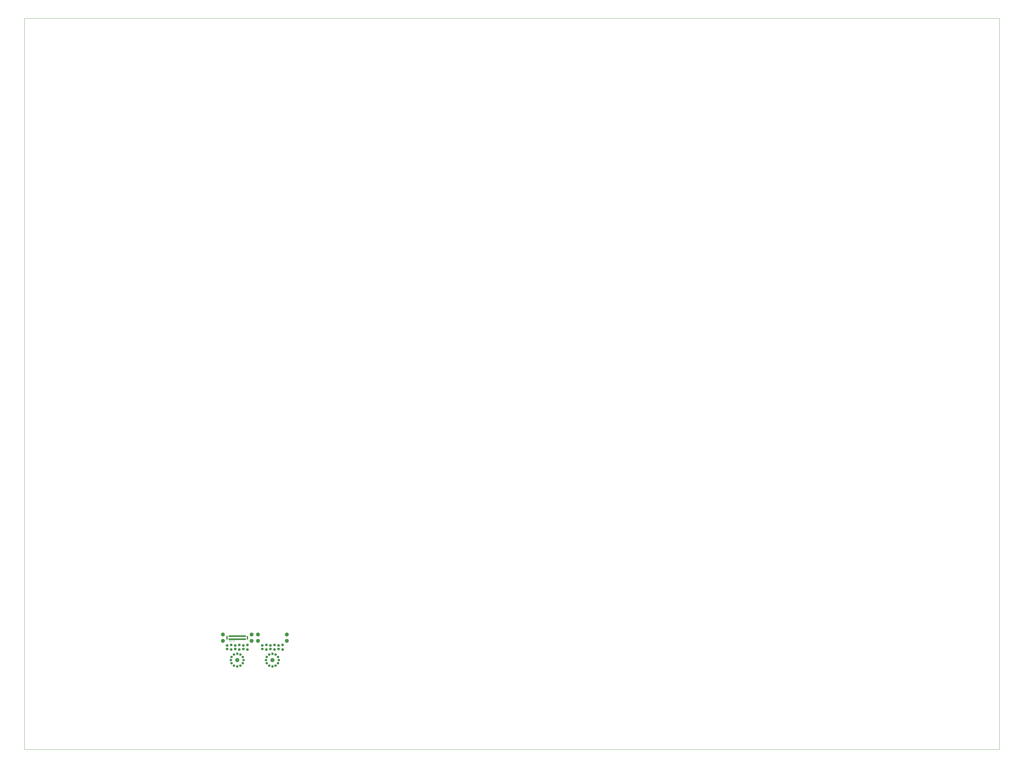
<source format=gbr>
G04 This is an RS-274x file exported by *
G04 gerbv version 2.7.0 *
G04 More information is available about gerbv at *
G04 http://gerbv.geda-project.org/ *
G04 --End of header info--*
%MOIN*%
%FSLAX36Y36*%
%IPPOS*%
G04 --Define apertures--*
%ADD10C,0.0040*%
%ADD11R,0.0060X0.0060*%
%ADD12C,0.0611*%
%ADD13C,0.0660*%
%ADD14C,0.0960*%
%ADD15C,0.1005*%
%ADD16C,0.0001*%
%ADD17C,0.0390*%
%ADD18C,0.0380*%
%ADD19C,0.0790*%
G04 --Start main section--*
G54D10*
G01X5040980Y2656460D02*
G01X5040980Y2696460D01*
G01X5040980Y2656460D02*
G01X5055980Y2676460D01*
G01X5055980Y2676460D02*
G01X5070980Y2656460D01*
G01X5070980Y2656460D02*
G01X5070980Y2696460D01*
G01X5082980Y2674460D02*
G01X5097980Y2674460D01*
G01X5082980Y2696460D02*
G01X5102980Y2696460D01*
G01X5082980Y2656460D02*
G01X5082980Y2696460D01*
G01X5082980Y2656460D02*
G01X5102980Y2656460D01*
G01X5114980Y2656460D02*
G01X5139980Y2656460D01*
G01X5114980Y2696460D02*
G01X5139980Y2656460D01*
G01X5114980Y2696460D02*
G01X5139980Y2696460D01*
G01X5151980Y2661460D02*
G01X5156980Y2656460D01*
G01X5156980Y2656460D02*
G01X5166980Y2656460D01*
G01X5166980Y2656460D02*
G01X5171980Y2661460D01*
G01X5166980Y2696460D02*
G01X5171980Y2691460D01*
G01X5156980Y2696460D02*
G01X5166980Y2696460D01*
G01X5151980Y2691460D02*
G01X5156980Y2696460D01*
G01X5156980Y2674460D02*
G01X5166980Y2674460D01*
G01X5171980Y2661460D02*
G01X5171980Y2669460D01*
G01X5171980Y2679460D02*
G01X5171980Y2691460D01*
G01X5171980Y2679460D02*
G01X5166980Y2674460D01*
G01X5171980Y2669460D02*
G01X5166980Y2674460D01*
G01X0000000Y0000000D02*
G54D11*
G01X0000000Y18000000D02*
G01X0000000Y0000000D01*
G01X0000000Y18000000D02*
G01X24000000Y18000000D01*
G01X0000000Y0000000D02*
G01X24000000Y0000000D01*
G01X24000000Y18000000D02*
G01X24000000Y0000000D01*
G01X0000000Y0000000D02*
G54D12*
G01X6181100Y2338580D03*
G54D13*
G01X6152360Y2462720D03*
G54D12*
G01X6240160Y2279530D03*
G54D13*
G01X6352360Y2577720D03*
G01X6352360Y2462720D03*
G01X6252360Y2477720D03*
G01X6252360Y2562720D03*
G01X6152360Y2577720D03*
G01X6052360Y2562720D03*
G01X6052360Y2477720D03*
G54D14*
G01X6456690Y2675200D03*
G54D12*
G01X6102360Y2360240D03*
G01X5944880Y2202760D03*
G01X6023620Y2338580D03*
G01X5964570Y2279530D03*
G54D15*
G01X6102360Y2202760D03*
G54D12*
G01X6102360Y2045280D03*
G01X6259840Y2202760D03*
G01X6181100Y2066930D03*
G01X6240160Y2125980D03*
G01X6023620Y2066930D03*
G01X5964570Y2125980D03*
G54D13*
G01X5952360Y2462720D03*
G54D14*
G01X6456690Y2832680D03*
G01X5748030Y2832680D03*
G01X5590550Y2832680D03*
G01X4881890Y2832680D03*
G54D13*
G01X5952360Y2577720D03*
G01X5852360Y2562720D03*
G01X5852360Y2477720D03*
G54D14*
G01X5748030Y2675200D03*
G01X5590550Y2675200D03*
G54D13*
G01X5485990Y2577880D03*
G01X5285990Y2577880D03*
G01X5185990Y2562880D03*
G01X5085990Y2577880D03*
G01X4985990Y2562880D03*
G54D14*
G01X4881890Y2675200D03*
G54D13*
G01X5485990Y2462880D03*
G01X5285990Y2462880D03*
G01X5185990Y2477880D03*
G01X5085990Y2462880D03*
G01X4985990Y2477880D03*
G01X5385990Y2477880D03*
G01X5385990Y2562880D03*
G54D15*
G01X5236220Y2202760D03*
G54D12*
G01X5078740Y2202760D03*
G01X5098430Y2279530D03*
G01X5098430Y2125980D03*
G01X5236220Y2045280D03*
G01X5236220Y2360240D03*
G01X5157480Y2338580D03*
G01X5157480Y2066930D03*
G01X5393700Y2202760D03*
G01X5314960Y2066930D03*
G01X5314960Y2338580D03*
G01X5374020Y2125980D03*
G01X5374020Y2279530D03*
G54D16*
G36*
G01X5049760Y2735590D02*
G01X5023460Y2735590D01*
G01X5023460Y2697480D01*
G01X5049760Y2697480D01*
G01X5049760Y2735590D01*
G37*
G36*
G01X5063540Y2735590D02*
G01X5037240Y2735590D01*
G01X5037240Y2697480D01*
G01X5063540Y2697480D01*
G01X5063540Y2735590D01*
G37*
G36*
G01X5077320Y2735590D02*
G01X5051020Y2735590D01*
G01X5051020Y2697480D01*
G01X5077320Y2697480D01*
G01X5077320Y2735590D01*
G37*
G36*
G01X5091100Y2735590D02*
G01X5064800Y2735590D01*
G01X5064800Y2697480D01*
G01X5091100Y2697480D01*
G01X5091100Y2735590D01*
G37*
G36*
G01X5104880Y2735590D02*
G01X5078580Y2735590D01*
G01X5078580Y2697480D01*
G01X5104880Y2697480D01*
G01X5104880Y2735590D01*
G37*
G36*
G01X5002520Y2759210D02*
G01X4968350Y2759210D01*
G01X4968350Y2711260D01*
G01X5002520Y2711260D01*
G01X5002520Y2759210D01*
G37*
G36*
G01X5002520Y2796610D02*
G01X4968350Y2796610D01*
G01X4968350Y2748660D01*
G01X5002520Y2748660D01*
G01X5002520Y2796610D01*
G37*
G36*
G01X5118660Y2735590D02*
G01X5092360Y2735590D01*
G01X5092360Y2697480D01*
G01X5118660Y2697480D01*
G01X5118660Y2735590D01*
G37*
G36*
G01X5132440Y2735590D02*
G01X5106140Y2735590D01*
G01X5106140Y2697480D01*
G01X5132440Y2697480D01*
G01X5132440Y2735590D01*
G37*
G36*
G01X5146220Y2735590D02*
G01X5119920Y2735590D01*
G01X5119920Y2697480D01*
G01X5146220Y2697480D01*
G01X5146220Y2735590D01*
G37*
G36*
G01X5160000Y2735590D02*
G01X5133700Y2735590D01*
G01X5133700Y2697480D01*
G01X5160000Y2697480D01*
G01X5160000Y2735590D01*
G37*
G36*
G01X5173780Y2735590D02*
G01X5147480Y2735590D01*
G01X5147480Y2697480D01*
G01X5173780Y2697480D01*
G01X5173780Y2735590D01*
G37*
G36*
G01X5187560Y2735590D02*
G01X5161260Y2735590D01*
G01X5161260Y2697480D01*
G01X5187560Y2697480D01*
G01X5187560Y2735590D01*
G37*
G36*
G01X5201340Y2735590D02*
G01X5175040Y2735590D01*
G01X5175040Y2697480D01*
G01X5201340Y2697480D01*
G01X5201340Y2735590D01*
G37*
G36*
G01X5215120Y2735590D02*
G01X5188820Y2735590D01*
G01X5188820Y2697480D01*
G01X5215120Y2697480D01*
G01X5215120Y2735590D01*
G37*
G36*
G01X5228900Y2735590D02*
G01X5202600Y2735590D01*
G01X5202600Y2697480D01*
G01X5228900Y2697480D01*
G01X5228900Y2735590D01*
G37*
G36*
G01X5242680Y2735590D02*
G01X5216380Y2735590D01*
G01X5216380Y2697480D01*
G01X5242680Y2697480D01*
G01X5242680Y2735590D01*
G37*
G36*
G01X5256460Y2735590D02*
G01X5230160Y2735590D01*
G01X5230160Y2697480D01*
G01X5256460Y2697480D01*
G01X5256460Y2735590D01*
G37*
G36*
G01X5270240Y2735590D02*
G01X5243940Y2735590D01*
G01X5243940Y2697480D01*
G01X5270240Y2697480D01*
G01X5270240Y2735590D01*
G37*
G36*
G01X5284020Y2735590D02*
G01X5257720Y2735590D01*
G01X5257720Y2697480D01*
G01X5284020Y2697480D01*
G01X5284020Y2735590D01*
G37*
G36*
G01X5297800Y2735590D02*
G01X5271500Y2735590D01*
G01X5271500Y2697480D01*
G01X5297800Y2697480D01*
G01X5297800Y2735590D01*
G37*
G36*
G01X5311570Y2735590D02*
G01X5285280Y2735590D01*
G01X5285280Y2697480D01*
G01X5311570Y2697480D01*
G01X5311570Y2735590D01*
G37*
G36*
G01X5325350Y2735590D02*
G01X5299060Y2735590D01*
G01X5299060Y2697480D01*
G01X5325350Y2697480D01*
G01X5325350Y2735590D01*
G37*
G36*
G01X5339130Y2735590D02*
G01X5312830Y2735590D01*
G01X5312830Y2697480D01*
G01X5339130Y2697480D01*
G01X5339130Y2735590D01*
G37*
G36*
G01X5352910Y2735590D02*
G01X5326610Y2735590D01*
G01X5326610Y2697480D01*
G01X5352910Y2697480D01*
G01X5352910Y2735590D01*
G37*
G36*
G01X5366690Y2735590D02*
G01X5340390Y2735590D01*
G01X5340390Y2697480D01*
G01X5366690Y2697480D01*
G01X5366690Y2735590D01*
G37*
G36*
G01X5380470Y2735590D02*
G01X5354170Y2735590D01*
G01X5354170Y2697480D01*
G01X5380470Y2697480D01*
G01X5380470Y2735590D01*
G37*
G36*
G01X5394250Y2735590D02*
G01X5367950Y2735590D01*
G01X5367950Y2697480D01*
G01X5394250Y2697480D01*
G01X5394250Y2735590D01*
G37*
G36*
G01X5408030Y2735590D02*
G01X5381730Y2735590D01*
G01X5381730Y2697480D01*
G01X5408030Y2697480D01*
G01X5408030Y2735590D01*
G37*
G36*
G01X5421810Y2735590D02*
G01X5395510Y2735590D01*
G01X5395510Y2697480D01*
G01X5421810Y2697480D01*
G01X5421810Y2735590D01*
G37*
G36*
G01X5435590Y2735590D02*
G01X5409290Y2735590D01*
G01X5409290Y2697480D01*
G01X5435590Y2697480D01*
G01X5435590Y2735590D01*
G37*
G36*
G01X5449370Y2735590D02*
G01X5423070Y2735590D01*
G01X5423070Y2697480D01*
G01X5449370Y2697480D01*
G01X5449370Y2735590D01*
G37*
G36*
G01X5504490Y2759210D02*
G01X5470310Y2759210D01*
G01X5470310Y2711260D01*
G01X5504490Y2711260D01*
G01X5504490Y2759210D01*
G37*
G36*
G01X5049760Y2812360D02*
G01X5023460Y2812360D01*
G01X5023460Y2774250D01*
G01X5049760Y2774250D01*
G01X5049760Y2812360D01*
G37*
G36*
G01X5063540Y2812360D02*
G01X5037240Y2812360D01*
G01X5037240Y2774250D01*
G01X5063540Y2774250D01*
G01X5063540Y2812360D01*
G37*
G36*
G01X5077320Y2812360D02*
G01X5051020Y2812360D01*
G01X5051020Y2774250D01*
G01X5077320Y2774250D01*
G01X5077320Y2812360D01*
G37*
G36*
G01X5091100Y2812360D02*
G01X5064800Y2812360D01*
G01X5064800Y2774250D01*
G01X5091100Y2774250D01*
G01X5091100Y2812360D01*
G37*
G36*
G01X5104880Y2812360D02*
G01X5078580Y2812360D01*
G01X5078580Y2774250D01*
G01X5104880Y2774250D01*
G01X5104880Y2812360D01*
G37*
G36*
G01X5118660Y2812360D02*
G01X5092360Y2812360D01*
G01X5092360Y2774250D01*
G01X5118660Y2774250D01*
G01X5118660Y2812360D01*
G37*
G36*
G01X5132440Y2812360D02*
G01X5106140Y2812360D01*
G01X5106140Y2774250D01*
G01X5132440Y2774250D01*
G01X5132440Y2812360D01*
G37*
G36*
G01X5146220Y2812360D02*
G01X5119920Y2812360D01*
G01X5119920Y2774250D01*
G01X5146220Y2774250D01*
G01X5146220Y2812360D01*
G37*
G36*
G01X5160000Y2812360D02*
G01X5133700Y2812360D01*
G01X5133700Y2774250D01*
G01X5160000Y2774250D01*
G01X5160000Y2812360D01*
G37*
G36*
G01X5173780Y2812360D02*
G01X5147480Y2812360D01*
G01X5147480Y2774250D01*
G01X5173780Y2774250D01*
G01X5173780Y2812360D01*
G37*
G36*
G01X5187560Y2812360D02*
G01X5161260Y2812360D01*
G01X5161260Y2774250D01*
G01X5187560Y2774250D01*
G01X5187560Y2812360D01*
G37*
G36*
G01X5201340Y2812360D02*
G01X5175040Y2812360D01*
G01X5175040Y2774250D01*
G01X5201340Y2774250D01*
G01X5201340Y2812360D01*
G37*
G36*
G01X5215120Y2812360D02*
G01X5188820Y2812360D01*
G01X5188820Y2774250D01*
G01X5215120Y2774250D01*
G01X5215120Y2812360D01*
G37*
G36*
G01X5228900Y2812360D02*
G01X5202600Y2812360D01*
G01X5202600Y2774250D01*
G01X5228900Y2774250D01*
G01X5228900Y2812360D01*
G37*
G36*
G01X5242680Y2812360D02*
G01X5216380Y2812360D01*
G01X5216380Y2774250D01*
G01X5242680Y2774250D01*
G01X5242680Y2812360D01*
G37*
G36*
G01X5256460Y2812360D02*
G01X5230160Y2812360D01*
G01X5230160Y2774250D01*
G01X5256460Y2774250D01*
G01X5256460Y2812360D01*
G37*
G36*
G01X5270240Y2812360D02*
G01X5243940Y2812360D01*
G01X5243940Y2774250D01*
G01X5270240Y2774250D01*
G01X5270240Y2812360D01*
G37*
G36*
G01X5284020Y2812360D02*
G01X5257720Y2812360D01*
G01X5257720Y2774250D01*
G01X5284020Y2774250D01*
G01X5284020Y2812360D01*
G37*
G36*
G01X5297800Y2812360D02*
G01X5271500Y2812360D01*
G01X5271500Y2774250D01*
G01X5297800Y2774250D01*
G01X5297800Y2812360D01*
G37*
G36*
G01X5311570Y2812360D02*
G01X5285280Y2812360D01*
G01X5285280Y2774250D01*
G01X5311570Y2774250D01*
G01X5311570Y2812360D01*
G37*
G36*
G01X5325350Y2812360D02*
G01X5299060Y2812360D01*
G01X5299060Y2774250D01*
G01X5325350Y2774250D01*
G01X5325350Y2812360D01*
G37*
G36*
G01X5339130Y2812360D02*
G01X5312830Y2812360D01*
G01X5312830Y2774250D01*
G01X5339130Y2774250D01*
G01X5339130Y2812360D01*
G37*
G36*
G01X5352910Y2812360D02*
G01X5326610Y2812360D01*
G01X5326610Y2774250D01*
G01X5352910Y2774250D01*
G01X5352910Y2812360D01*
G37*
G36*
G01X5366690Y2812360D02*
G01X5340390Y2812360D01*
G01X5340390Y2774250D01*
G01X5366690Y2774250D01*
G01X5366690Y2812360D01*
G37*
G36*
G01X5380470Y2812360D02*
G01X5354170Y2812360D01*
G01X5354170Y2774250D01*
G01X5380470Y2774250D01*
G01X5380470Y2812360D01*
G37*
G36*
G01X5394250Y2812360D02*
G01X5367950Y2812360D01*
G01X5367950Y2774250D01*
G01X5394250Y2774250D01*
G01X5394250Y2812360D01*
G37*
G36*
G01X5408030Y2812360D02*
G01X5381730Y2812360D01*
G01X5381730Y2774250D01*
G01X5408030Y2774250D01*
G01X5408030Y2812360D01*
G37*
G36*
G01X5421810Y2812360D02*
G01X5395510Y2812360D01*
G01X5395510Y2774250D01*
G01X5421810Y2774250D01*
G01X5421810Y2812360D01*
G37*
G36*
G01X5435590Y2812360D02*
G01X5409290Y2812360D01*
G01X5409290Y2774250D01*
G01X5435590Y2774250D01*
G01X5435590Y2812360D01*
G37*
G36*
G01X5449370Y2812360D02*
G01X5423070Y2812360D01*
G01X5423070Y2774250D01*
G01X5449370Y2774250D01*
G01X5449370Y2812360D01*
G37*
G36*
G01X5504490Y2796610D02*
G01X5470310Y2796610D01*
G01X5470310Y2748660D01*
G01X5504490Y2748660D01*
G01X5504490Y2796610D01*
G37*
G01X0000000Y0000000D02*
G54D18*
G01X4986000Y2562900D03*
G01X4986000Y2477900D03*
G01X5086000Y2577900D03*
G01X5086000Y2462900D03*
G01X5186000Y2562900D03*
G01X5186000Y2477900D03*
G01X5286000Y2577900D03*
G01X5286000Y2462900D03*
G01X5386000Y2562900D03*
G01X5386000Y2477900D03*
G01X5486000Y2577900D03*
G01X5486000Y2462900D03*
G01X5852400Y2562700D03*
G01X5852400Y2477700D03*
G01X5952400Y2577700D03*
G01X5952400Y2462700D03*
G01X6052400Y2562700D03*
G01X6052400Y2477700D03*
G01X6152400Y2577700D03*
G01X6152400Y2462700D03*
G01X6252400Y2562700D03*
G01X6252400Y2477700D03*
G01X6352400Y2577700D03*
G01X6352400Y2462700D03*
G54D17*
G01X5078700Y2202800D03*
G01X5098400Y2279500D03*
G01X5098400Y2126000D03*
G01X5157500Y2338600D03*
G01X5157500Y2066900D03*
G01X5236200Y2360200D03*
G01X5236200Y2045300D03*
G01X5315000Y2338600D03*
G01X5315000Y2066900D03*
G01X5374000Y2279500D03*
G01X5374000Y2126000D03*
G01X5393700Y2202800D03*
G01X5944900Y2202800D03*
G01X5964600Y2279500D03*
G01X5964600Y2126000D03*
G01X6023600Y2338600D03*
G01X6023600Y2066900D03*
G01X6102400Y2360200D03*
G01X6102400Y2045300D03*
G01X6181100Y2338600D03*
G01X6181100Y2066900D03*
G01X6240200Y2279500D03*
G01X6240200Y2126000D03*
G01X6259800Y2202800D03*
G54D19*
G01X4881900Y2832700D03*
G01X4881900Y2675200D03*
G01X5236200Y2202800D03*
G01X5590600Y2832700D03*
G01X5590600Y2675200D03*
G01X5748000Y2832700D03*
G01X5748000Y2675200D03*
G01X6102400Y2202800D03*
G01X6456700Y2832700D03*
G01X6456700Y2675200D03*
M02*

</source>
